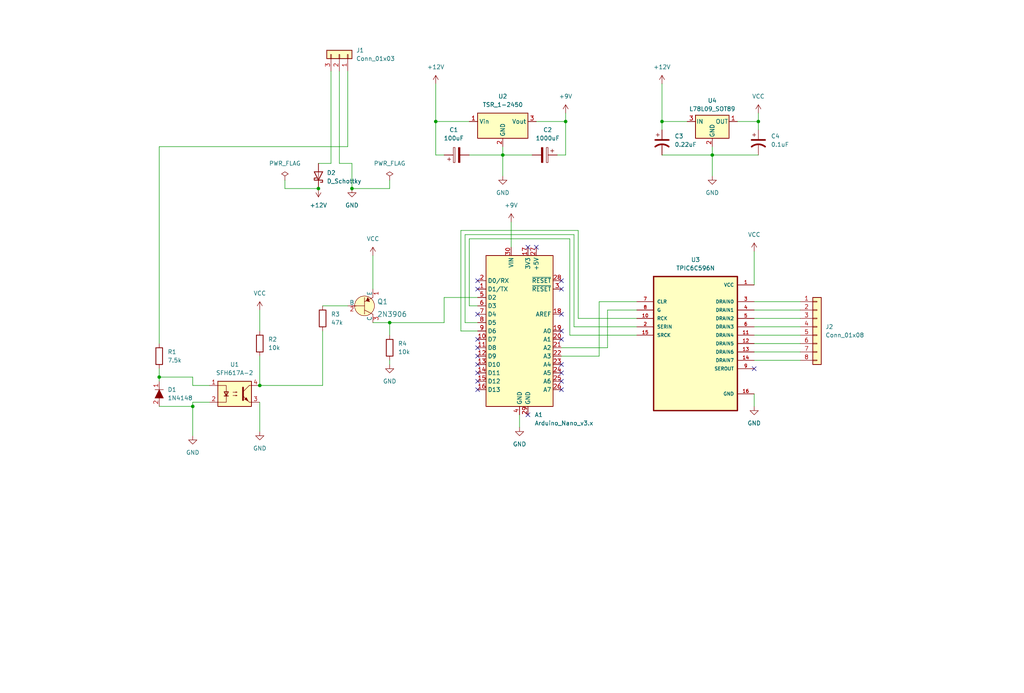
<source format=kicad_sch>
(kicad_sch (version 20230121) (generator eeschema)
  (paper "User" 310.413 210.007)
  (lib_symbols
    (symbol "Connector_Generic:Conn_01x03" (pin_names (offset 1.016) hide)
      (property "Reference" "J" (at 0 5.08 0))
      (property "Value" "Conn_01x03" (at 0 -5.08 0))
      (symbol "Conn_01x03_1_1"
        (rectangle (start -1.27 -2.413) (end 0 -2.667) (stroke (width 0.1524)))
        (rectangle (start -1.27 0.127) (end 0 -0.127) (stroke (width 0.1524)))
        (rectangle (start -1.27 2.667) (end 0 2.413) (stroke (width 0.1524)))
        (rectangle (start -1.27 3.81) (end 1.27 -3.81) (stroke (width 0.254)) (fill (type background)))
        (pin passive line (at -5.08 2.54 0) (length 3.81) (name "Pin_1") (number "1"))
        (pin passive line (at -5.08 0 0) (length 3.81) (name "Pin_2") (number "2"))
        (pin passive line (at -5.08 -2.54 0) (length 3.81) (name "Pin_3") (number "3"))
      )
    )
    (symbol "Connector_Generic:Conn_01x08" (pin_names (offset 1.016) hide)
      (property "Reference" "J" (at 0 10.16 0))
      (property "Value" "Conn_01x08" (at 0 -12.7 0))
      (symbol "Conn_01x08_1_1"
        (rectangle (start -1.27 -10.033) (end 0 -10.287) (stroke (width 0.1524)))
        (rectangle (start -1.27 -7.493) (end 0 -7.747) (stroke (width 0.1524)))
        (rectangle (start -1.27 -4.953) (end 0 -5.207) (stroke (width 0.1524)))
        (rectangle (start -1.27 -2.413) (end 0 -2.667) (stroke (width 0.1524)))
        (rectangle (start -1.27 0.127) (end 0 -0.127) (stroke (width 0.1524)))
        (rectangle (start -1.27 2.667) (end 0 2.413) (stroke (width 0.1524)))
        (rectangle (start -1.27 5.207) (end 0 4.953) (stroke (width 0.1524)))
        (rectangle (start -1.27 7.747) (end 0 7.493) (stroke (width 0.1524)))
        (rectangle (start -1.27 8.89) (end 1.27 -11.43) (stroke (width 0.254)) (fill (type background)))
        (pin passive line (at -5.08 7.62 0) (length 3.81) (name "Pin_1") (number "1"))
        (pin passive line (at -5.08 5.08 0) (length 3.81) (name "Pin_2") (number "2"))
        (pin passive line (at -5.08 2.54 0) (length 3.81) (name "Pin_3") (number "3"))
        (pin passive line (at -5.08 0 0) (length 3.81) (name "Pin_4") (number "4"))
        (pin passive line (at -5.08 -2.54 0) (length 3.81) (name "Pin_5") (number "5"))
        (pin passive line (at -5.08 -5.08 0) (length 3.81) (name "Pin_6") (number "6"))
        (pin passive line (at -5.08 -7.62 0) (length 3.81) (name "Pin_7") (number "7"))
        (pin passive line (at -5.08 -10.16 0) (length 3.81) (name "Pin_8") (number "8"))
      )
    )
    (symbol "Device:C_Polarized" (pin_numbers hide) (pin_names (offset 0.254))
      (property "Reference" "C" (at 0.635 2.54 0))
      (property "Value" "C_Polarized" (at 0.635 -2.54 0))
      (symbol "C_Polarized_0_1"
        (rectangle (start -2.286 0.508) (end 2.286 1.016))
        (polyline (pts (xy -1.778 2.286) (xy -0.762 2.286)))
        (polyline (pts (xy -1.27 2.794) (xy -1.27 1.778)))
        (rectangle (start 2.286 -0.508) (end -2.286 -1.016) (fill (type outline)))
      )
      (symbol "C_Polarized_1_1"
        (pin passive line (at 0 3.81 270) (length 2.794) (name "~") (number "1"))
        (pin passive line (at 0 -3.81 90) (length 2.794) (name "~") (number "2"))
      )
    )
    (symbol "Device:C_Polarized_US" (pin_numbers hide) (pin_names (offset 0.254) hide)
      (property "Reference" "C" (at 0.635 2.54 0))
      (property "Value" "C_Polarized_US" (at 0.635 -2.54 0))
      (symbol "C_Polarized_US_0_1"
        (polyline (pts (xy -2.032 0.762) (xy 2.032 0.762)) (stroke (width 0.508)))
        (polyline (pts (xy -1.778 2.286) (xy -0.762 2.286)))
        (polyline (pts (xy -1.27 1.778) (xy -1.27 2.794)))
        (arc (start 2.032 -1.27) (mid 0 -0.5572) (end -2.032 -1.27) (stroke (width 0.508)))
      )
      (symbol "C_Polarized_US_1_1"
        (pin passive line (at 0 3.81 270) (length 2.794) (name "~") (number "1"))
        (pin passive line (at 0 -3.81 90) (length 3.302) (name "~") (number "2"))
      )
    )
    (symbol "Device:D_Schottky" (pin_numbers hide) (pin_names (offset 1.016) hide)
      (property "Reference" "D" (at 0 2.54 0))
      (property "Value" "D_Schottky" (at 0 -2.54 0))
      (symbol "D_Schottky_0_1"
        (polyline (pts (xy 1.27 0) (xy -1.27 0)))
        (polyline (pts (xy 1.27 1.27) (xy 1.27 -1.27) (xy -1.27 0) (xy 1.27 1.27)) (stroke (width 0.254)))
        (polyline (pts (xy -1.905 0.635) (xy -1.905 1.27) (xy -1.27 1.27) (xy -1.27 -1.27) (xy -0.635 -1.27) (xy -0.635 -0.635)) (stroke (width 0.254)))
      )
      (symbol "D_Schottky_1_1"
        (pin passive line (at -3.81 0 0) (length 2.54) (name "K") (number "1"))
        (pin passive line (at 3.81 0 180) (length 2.54) (name "A") (number "2"))
      )
    )
    (symbol "Device:R" (pin_numbers hide) (pin_names (offset 0))
      (property "Reference" "R" (at 2.032 0 90))
      (property "Value" "R" (at 0 0 90))
      (symbol "R_0_1"
        (rectangle (start -1.016 -2.54) (end 1.016 2.54) (stroke (width 0.254)))
      )
      (symbol "R_1_1"
        (pin passive line (at 0 3.81 270) (length 1.27) (name "~") (number "1"))
        (pin passive line (at 0 -3.81 90) (length 1.27) (name "~") (number "2"))
      )
    )
    (symbol "Isolator:SFH617A-2" (pin_names (offset 1.016))
      (property "Reference" "U" (at -5.08 5.08 0))
      (property "Value" "SFH617A-2" (at 0 5.08 0))
      (symbol "SFH617A-2_0_1"
        (rectangle (start -5.08 3.81) (end 5.08 -3.81) (stroke (width 0.254)) (fill (type background)))
        (polyline (pts (xy -3.175 -0.635) (xy -1.905 -0.635)) (stroke (width 0.254)))
        (polyline (pts (xy 2.54 0.635) (xy 4.445 2.54)))
        (polyline (pts (xy 4.445 -2.54) (xy 2.54 -0.635)) (fill (type outline)))
        (polyline (pts (xy 4.445 -2.54) (xy 5.08 -2.54)))
        (polyline (pts (xy 4.445 2.54) (xy 5.08 2.54)))
        (polyline (pts (xy -2.54 -0.635) (xy -2.54 -2.54) (xy -5.08 -2.54)))
        (polyline (pts (xy 2.54 1.905) (xy 2.54 -1.905) (xy 2.54 -1.905)) (stroke (width 0.508)))
        (polyline (pts (xy -5.08 2.54) (xy -2.54 2.54) (xy -2.54 -1.27) (xy -2.54 0.635)))
        (polyline (pts (xy -2.54 -0.635) (xy -3.175 0.635) (xy -1.905 0.635) (xy -2.54 -0.635)) (stroke (width 0.254)))
        (polyline (pts (xy -0.508 -0.508) (xy 0.762 -0.508) (xy 0.381 -0.635) (xy 0.381 -0.381) (xy 0.762 -0.508)))
        (polyline (pts (xy -0.508 0.508) (xy 0.762 0.508) (xy 0.381 0.381) (xy 0.381 0.635) (xy 0.762 0.508)))
        (polyline (pts (xy 3.048 -1.651) (xy 3.556 -1.143) (xy 4.064 -2.159) (xy 3.048 -1.651) (xy 3.048 -1.651)) (fill (type outline)))
      )
      (symbol "SFH617A-2_1_1"
        (pin passive line (at -7.62 2.54 0) (length 2.54) (name "~") (number "1"))
        (pin passive line (at -7.62 -2.54 0) (length 2.54) (name "~") (number "2"))
        (pin passive line (at 7.62 -2.54 180) (length 2.54) (name "~") (number "3"))
        (pin passive line (at 7.62 2.54 180) (length 2.54) (name "~") (number "4"))
      )
    )
    (symbol "MCU_Module:Arduino_Nano_v3.x"
      (property "Reference" "A" (at -10.16 23.495 0))
      (property "Value" "Arduino_Nano_v3.x" (at 5.08 -24.13 0))
      (symbol "Arduino_Nano_v3.x_0_1"
        (rectangle (start -10.16 22.86) (end 10.16 -22.86) (stroke (width 0.254)) (fill (type background)))
      )
      (symbol "Arduino_Nano_v3.x_1_1"
        (pin bidirectional line (at -12.7 12.7 0) (length 2.54) (name "D1/TX") (number "1"))
        (pin bidirectional line (at -12.7 -2.54 0) (length 2.54) (name "D7") (number "10"))
        (pin bidirectional line (at -12.7 -5.08 0) (length 2.54) (name "D8") (number "11"))
        (pin bidirectional line (at -12.7 -7.62 0) (length 2.54) (name "D9") (number "12"))
        (pin bidirectional line (at -12.7 -10.16 0) (length 2.54) (name "D10") (number "13"))
        (pin bidirectional line (at -12.7 -12.7 0) (length 2.54) (name "D11") (number "14"))
        (pin bidirectional line (at -12.7 -15.24 0) (length 2.54) (name "D12") (number "15"))
        (pin bidirectional line (at -12.7 -17.78 0) (length 2.54) (name "D13") (number "16"))
        (pin power_out line (at 2.54 25.4 270) (length 2.54) (name "3V3") (number "17"))
        (pin input line (at 12.7 5.08 180) (length 2.54) (name "AREF") (number "18"))
        (pin bidirectional line (at 12.7 0 180) (length 2.54) (name "A0") (number "19"))
        (pin bidirectional line (at -12.7 15.24 0) (length 2.54) (name "D0/RX") (number "2"))
        (pin bidirectional line (at 12.7 -2.54 180) (length 2.54) (name "A1") (number "20"))
        (pin bidirectional line (at 12.7 -5.08 180) (length 2.54) (name "A2") (number "21"))
        (pin bidirectional line (at 12.7 -7.62 180) (length 2.54) (name "A3") (number "22"))
        (pin bidirectional line (at 12.7 -10.16 180) (length 2.54) (name "A4") (number "23"))
        (pin bidirectional line (at 12.7 -12.7 180) (length 2.54) (name "A5") (number "24"))
        (pin bidirectional line (at 12.7 -15.24 180) (length 2.54) (name "A6") (number "25"))
        (pin bidirectional line (at 12.7 -17.78 180) (length 2.54) (name "A7") (number "26"))
        (pin power_out line (at 5.08 25.4 270) (length 2.54) (name "+5V") (number "27"))
        (pin input line (at 12.7 15.24 180) (length 2.54) (name "~{RESET}") (number "28"))
        (pin power_in line (at 2.54 -25.4 90) (length 2.54) (name "GND") (number "29"))
        (pin input line (at 12.7 12.7 180) (length 2.54) (name "~{RESET}") (number "3"))
        (pin power_in line (at -2.54 25.4 270) (length 2.54) (name "VIN") (number "30"))
        (pin power_in line (at 0 -25.4 90) (length 2.54) (name "GND") (number "4"))
        (pin bidirectional line (at -12.7 10.16 0) (length 2.54) (name "D2") (number "5"))
        (pin bidirectional line (at -12.7 7.62 0) (length 2.54) (name "D3") (number "6"))
        (pin bidirectional line (at -12.7 5.08 0) (length 2.54) (name "D4") (number "7"))
        (pin bidirectional line (at -12.7 2.54 0) (length 2.54) (name "D5") (number "8"))
        (pin bidirectional line (at -12.7 0 0) (length 2.54) (name "D6") (number "9"))
      )
    )
    (symbol "Regulator_Linear:L78L09_SOT89" (pin_names (offset 0.254))
      (property "Reference" "U" (at -3.81 3.175 0))
      (property "Value" "L78L09_SOT89" (at -0.635 3.175 0))
      (symbol "L78L09_SOT89_0_1"
        (rectangle (start -5.08 1.905) (end 5.08 -5.08) (stroke (width 0.254)) (fill (type background)))
      )
      (symbol "L78L09_SOT89_1_1"
        (pin power_out line (at 7.62 0 180) (length 2.54) (name "OUT") (number "1"))
        (pin power_in line (at 0 -7.62 90) (length 2.54) (name "GND") (number "2"))
        (pin power_in line (at -7.62 0 0) (length 2.54) (name "IN") (number "3"))
      )
    )
    (symbol "Regulator_Switching:TSR_1-2450"
      (property "Reference" "U" (at -7.62 6.35 0))
      (property "Value" "TSR_1-2450" (at -1.27 6.35 0))
      (symbol "TSR_1-2450_0_1"
        (rectangle (start -7.62 5.08) (end 7.62 -2.54) (stroke (width 0.254)) (fill (type background)))
      )
      (symbol "TSR_1-2450_1_1"
        (pin power_in line (at -10.16 2.54 0) (length 2.54) (name "Vin") (number "1"))
        (pin power_in line (at 0 -5.08 90) (length 2.54) (name "GND") (number "2"))
        (pin power_out line (at 10.16 2.54 180) (length 2.54) (name "Vout") (number "3"))
      )
    )
    (symbol "TPIC6C596N:TPIC6C596N" (pin_names (offset 1.016))
      (property "Reference" "U" (at -12.7 21.32 0))
      (property "Value" "TPIC6C596N" (at -12.7 -24.32 0))
      (symbol "TPIC6C596N_0_0"
        (rectangle (start -12.7 -20.32) (end 12.7 20.32) (stroke (width 0.41)) (fill (type background)))
        (pin power_in line (at 17.78 17.78 180) (length 5.08) (name "VCC") (number "1"))
        (pin input line (at -17.78 7.62 0) (length 5.08) (name "RCK") (number "10"))
        (pin output line (at 17.78 2.54 180) (length 5.08) (name "DRAIN4") (number "11"))
        (pin output line (at 17.78 0 180) (length 5.08) (name "DRAIN5") (number "12"))
        (pin output line (at 17.78 -2.54 180) (length 5.08) (name "DRAIN6") (number "13"))
        (pin output line (at 17.78 -5.08 180) (length 5.08) (name "DRAIN7") (number "14"))
        (pin input line (at -17.78 2.54 0) (length 5.08) (name "SRCK") (number "15"))
        (pin power_in line (at 17.78 -15.24 180) (length 5.08) (name "GND") (number "16"))
        (pin input line (at -17.78 5.08 0) (length 5.08) (name "SERIN") (number "2"))
        (pin output line (at 17.78 12.7 180) (length 5.08) (name "DRAIN0") (number "3"))
        (pin output line (at 17.78 10.16 180) (length 5.08) (name "DRAIN1") (number "4"))
        (pin output line (at 17.78 7.62 180) (length 5.08) (name "DRAIN2") (number "5"))
        (pin output line (at 17.78 5.08 180) (length 5.08) (name "DRAIN3") (number "6"))
        (pin input line (at -17.78 12.7 0) (length 5.08) (name "CLR") (number "7"))
        (pin input line (at -17.78 10.16 0) (length 5.08) (name "G") (number "8"))
        (pin output line (at 17.78 -7.62 180) (length 5.08) (name "SEROUT") (number "9"))
      )
    )
    (symbol "dk_Diodes-Rectifiers-Single:1N4148" (pin_names (offset 1.016))
      (property "Reference" "D" (at 0 3.81 0))
      (property "Value" "1N4148" (at 1.27 -3.81 0))
      (symbol "1N4148_0_1"
        (polyline (pts (xy 0 0) (xy 2.54 0)))
        (polyline (pts (xy 0 1.27) (xy 0 -1.27)))
        (polyline (pts (xy 2.54 1.27) (xy 2.54 -1.27) (xy 0 0) (xy 2.54 1.27)) (fill (type outline)))
      )
      (symbol "1N4148_1_1"
        (pin passive line (at -2.54 0 0) (length 2.54) (name "~") (number "1"))
        (pin passive line (at 5.08 0 180) (length 2.54) (name "~") (number "2"))
      )
    )
    (symbol "dk_Transistors-Bipolar-BJT-Single:2N3906" (pin_names (offset 0))
      (property "Reference" "Q" (at -2.3876 3.9116 0))
      (property "Value" "2N3906" (at 5.08 0 90))
      (symbol "2N3906_0_1"
        (polyline (pts (xy -3.81 0) (xy -2.54 0)))
        (polyline (pts (xy -3.556 0) (xy 0 0)))
        (polyline (pts (xy 0 -1.27) (xy 2.54 -2.54)))
        (polyline (pts (xy 0 1.27) (xy 2.54 2.54)))
        (polyline (pts (xy 0 2.54) (xy 0 -2.54)))
        (polyline (pts (xy 1.016 2.54) (xy 0.508 1.524) (xy 1.524 1.27) (xy 1.016 2.54)) (fill (type outline)))
        (circle (center 0 0) (radius 2.9972) (fill (type background)))
      )
      (symbol "2N3906_1_1"
        (pin passive line (at 2.54 5.08 270) (length 2.54) (name "E") (number "1"))
        (pin input line (at -5.08 0 0) (length 2.54) (name "B") (number "2"))
        (pin passive line (at 2.54 -5.08 90) (length 2.54) (name "C") (number "3"))
      )
    )
    (symbol "power:+12V" (power) (pin_names (offset 0))
      (property "Value" "+12V" (at 0 3.556 0))
      (symbol "+12V_0_1"
        (polyline (pts (xy -0.762 1.27) (xy 0 2.54)))
        (polyline (pts (xy 0 0) (xy 0 2.54)))
        (polyline (pts (xy 0 2.54) (xy 0.762 1.27)))
      )
      (symbol "+12V_1_1"
        (pin power_in line (at 0 0 90) (length 0) hide (name "+12V") (number "1"))
      )
    )
    (symbol "power:+9V" (power) (pin_names (offset 0))
      (property "Value" "+9V" (at 0 3.556 0))
      (symbol "+9V_0_1"
        (polyline (pts (xy -0.762 1.27) (xy 0 2.54)))
        (polyline (pts (xy 0 0) (xy 0 2.54)))
        (polyline (pts (xy 0 2.54) (xy 0.762 1.27)))
      )
      (symbol "+9V_1_1"
        (pin power_in line (at 0 0 90) (length 0) hide (name "+9V") (number "1"))
      )
    )
    (symbol "power:GND" (power) (pin_names (offset 0))
      (property "Value" "GND" (at 0 -3.81 0))
      (symbol "GND_0_1"
        (polyline (pts (xy 0 0) (xy 0 -1.27) (xy 1.27 -1.27) (xy 0 -2.54) (xy -1.27 -1.27) (xy 0 -1.27)))
      )
      (symbol "GND_1_1"
        (pin power_in line (at 0 0 270) (length 0) hide (name "GND") (number "1"))
      )
    )
    (symbol "power:PWR_FLAG" (power) (pin_numbers hide) (pin_names (offset 0) hide)
      (property "Value" "PWR_FLAG" (at 0 3.81 0))
      (symbol "PWR_FLAG_0_0"
        (pin power_out line (at 0 0 90) (length 0) (name "pwr") (number "1"))
      )
      (symbol "PWR_FLAG_0_1"
        (polyline (pts (xy 0 0) (xy 0 1.27) (xy -1.016 1.905) (xy 0 2.54) (xy 1.016 1.905) (xy 0 1.27)))
      )
    )
    (symbol "power:VCC" (power) (pin_names (offset 0))
      (property "Value" "VCC" (at 0 3.81 0))
      (symbol "VCC_0_1"
        (polyline (pts (xy -0.762 1.27) (xy 0 2.54)))
        (polyline (pts (xy 0 0) (xy 0 2.54)))
        (polyline (pts (xy 0 2.54) (xy 0.762 1.27)))
      )
      (symbol "VCC_1_1"
        (pin power_in line (at 0 0 90) (length 0) hide (name "VCC") (number "1"))
      )
    )
  )
  (junction (at 48.26 114.3))
  (junction (at 58.42 123.19))
  (junction (at 200.66 36.83))
  (junction (at 78.74 116.84))
  (junction (at 118.11 97.79))
  (junction (at 132.08 36.83))
  (junction (at 96.52 57.15))
  (junction (at 171.45 36.83))
  (junction (at 106.68 57.15))
  (junction (at 152.4 46.99))
  (junction (at 215.9 46.99))
  (junction (at 229.87 36.83))
  (no_connect (at 144.78 102.87))
  (no_connect (at 170.18 95.25))
  (no_connect (at 160.02 74.93))
  (no_connect (at 144.78 113.03))
  (no_connect (at 144.78 115.57))
  (no_connect (at 170.18 115.57))
  (no_connect (at 144.78 105.41))
  (no_connect (at 228.6 111.76))
  (no_connect (at 144.78 110.49))
  (no_connect (at 162.56 74.93))
  (no_connect (at 170.18 100.33))
  (no_connect (at 144.78 87.63))
  (no_connect (at 170.18 110.49))
  (no_connect (at 144.78 85.09))
  (no_connect (at 144.78 107.95))
  (no_connect (at 160.02 125.73))
  (no_connect (at 170.18 102.87))
  (no_connect (at 170.18 113.03))
  (no_connect (at 170.18 85.09))
  (no_connect (at 144.78 95.25))
  (no_connect (at 170.18 118.11))
  (no_connect (at 170.18 87.63))
  (no_connect (at 144.78 118.11))
  (wire (pts (xy 118.11 109.22) (xy 118.11 110.49)))
  (wire (pts (xy 63.5 121.92) (xy 58.42 121.92)))
  (wire (pts (xy 193.04 93.98) (xy 184.15 93.98)))
  (wire (pts (xy 134.62 90.17) (xy 144.78 90.17)))
  (wire (pts (xy 162.56 36.83) (xy 171.45 36.83)))
  (wire (pts (xy 172.72 72.39) (xy 172.72 101.6)))
  (wire (pts (xy 58.42 121.92) (xy 58.42 123.19)))
  (wire (pts (xy 106.68 49.53) (xy 106.68 57.15)))
  (wire (pts (xy 78.74 121.92) (xy 78.74 130.81)))
  (wire (pts (xy 157.48 125.73) (xy 157.48 129.54)))
  (wire (pts (xy 118.11 97.79) (xy 134.62 97.79)))
  (wire (pts (xy 86.36 57.15) (xy 96.52 57.15)))
  (wire (pts (xy 170.18 105.41) (xy 184.15 105.41)))
  (wire (pts (xy 144.78 92.71) (xy 142.24 92.71)))
  (wire (pts (xy 172.72 101.6) (xy 193.04 101.6)))
  (wire (pts (xy 228.6 91.44) (xy 242.57 91.44)))
  (wire (pts (xy 228.6 93.98) (xy 242.57 93.98)))
  (wire (pts (xy 105.41 44.45) (xy 48.26 44.45)))
  (wire (pts (xy 132.08 46.99) (xy 134.62 46.99)))
  (wire (pts (xy 100.33 49.53) (xy 96.52 49.53)))
  (wire (pts (xy 78.74 116.84) (xy 97.79 116.84)))
  (wire (pts (xy 223.52 36.83) (xy 229.87 36.83)))
  (wire (pts (xy 48.26 44.45) (xy 48.26 104.14)))
  (wire (pts (xy 48.26 114.3) (xy 48.26 115.57)))
  (wire (pts (xy 193.04 96.52) (xy 175.26 96.52)))
  (wire (pts (xy 170.18 107.95) (xy 181.61 107.95)))
  (wire (pts (xy 140.97 71.12) (xy 140.97 97.79)))
  (wire (pts (xy 181.61 91.44) (xy 181.61 107.95)))
  (wire (pts (xy 134.62 97.79) (xy 134.62 90.17)))
  (wire (pts (xy 58.42 123.19) (xy 58.42 132.08)))
  (wire (pts (xy 228.6 104.14) (xy 242.57 104.14)))
  (wire (pts (xy 152.4 46.99) (xy 161.29 46.99)))
  (wire (pts (xy 132.08 36.83) (xy 142.24 36.83)))
  (wire (pts (xy 113.03 77.47) (xy 113.03 87.63)))
  (wire (pts (xy 193.04 99.06) (xy 173.99 99.06)))
  (wire (pts (xy 200.66 46.99) (xy 215.9 46.99)))
  (wire (pts (xy 228.6 96.52) (xy 242.57 96.52)))
  (wire (pts (xy 175.26 69.85) (xy 139.7 69.85)))
  (wire (pts (xy 152.4 46.99) (xy 152.4 53.34)))
  (wire (pts (xy 215.9 46.99) (xy 229.87 46.99)))
  (wire (pts (xy 78.74 107.95) (xy 78.74 116.84)))
  (wire (pts (xy 142.24 92.71) (xy 142.24 72.39)))
  (wire (pts (xy 229.87 36.83) (xy 229.87 39.37)))
  (wire (pts (xy 142.24 72.39) (xy 172.72 72.39)))
  (wire (pts (xy 118.11 97.79) (xy 118.11 101.6)))
  (wire (pts (xy 142.24 46.99) (xy 152.4 46.99)))
  (wire (pts (xy 154.94 67.31) (xy 154.94 74.93)))
  (wire (pts (xy 171.45 34.29) (xy 171.45 36.83)))
  (wire (pts (xy 228.6 76.2) (xy 228.6 86.36)))
  (wire (pts (xy 215.9 44.45) (xy 215.9 46.99)))
  (wire (pts (xy 228.6 101.6) (xy 242.57 101.6)))
  (wire (pts (xy 100.33 21.59) (xy 100.33 49.53)))
  (wire (pts (xy 175.26 96.52) (xy 175.26 69.85)))
  (wire (pts (xy 171.45 36.83) (xy 171.45 46.99)))
  (wire (pts (xy 113.03 97.79) (xy 118.11 97.79)))
  (wire (pts (xy 173.99 71.12) (xy 140.97 71.12)))
  (wire (pts (xy 228.6 119.38) (xy 228.6 123.19)))
  (wire (pts (xy 193.04 91.44) (xy 181.61 91.44)))
  (wire (pts (xy 58.42 114.3) (xy 48.26 114.3)))
  (wire (pts (xy 63.5 116.84) (xy 58.42 116.84)))
  (wire (pts (xy 105.41 21.59) (xy 105.41 44.45)))
  (wire (pts (xy 173.99 99.06) (xy 173.99 71.12)))
  (wire (pts (xy 106.68 49.53) (xy 102.87 49.53)))
  (wire (pts (xy 228.6 106.68) (xy 242.57 106.68)))
  (wire (pts (xy 118.11 54.61) (xy 118.11 57.15)))
  (wire (pts (xy 139.7 69.85) (xy 139.7 100.33)))
  (wire (pts (xy 168.91 46.99) (xy 171.45 46.99)))
  (wire (pts (xy 132.08 36.83) (xy 132.08 46.99)))
  (wire (pts (xy 200.66 36.83) (xy 200.66 39.37)))
  (wire (pts (xy 58.42 116.84) (xy 58.42 114.3)))
  (wire (pts (xy 140.97 97.79) (xy 144.78 97.79)))
  (wire (pts (xy 200.66 25.4) (xy 200.66 36.83)))
  (wire (pts (xy 152.4 44.45) (xy 152.4 46.99)))
  (wire (pts (xy 97.79 92.71) (xy 105.41 92.71)))
  (wire (pts (xy 48.26 123.19) (xy 58.42 123.19)))
  (wire (pts (xy 106.68 57.15) (xy 118.11 57.15)))
  (wire (pts (xy 184.15 93.98) (xy 184.15 105.41)))
  (wire (pts (xy 229.87 34.29) (xy 229.87 36.83)))
  (wire (pts (xy 102.87 49.53) (xy 102.87 21.59)))
  (wire (pts (xy 228.6 99.06) (xy 242.57 99.06)))
  (wire (pts (xy 215.9 46.99) (xy 215.9 53.34)))
  (wire (pts (xy 97.79 100.33) (xy 97.79 116.84)))
  (wire (pts (xy 200.66 36.83) (xy 208.28 36.83)))
  (wire (pts (xy 78.74 93.98) (xy 78.74 100.33)))
  (wire (pts (xy 86.36 54.61) (xy 86.36 57.15)))
  (wire (pts (xy 132.08 25.4) (xy 132.08 36.83)))
  (wire (pts (xy 228.6 109.22) (xy 242.57 109.22)))
  (wire (pts (xy 139.7 100.33) (xy 144.78 100.33)))
  (wire (pts (xy 48.26 111.76) (xy 48.26 114.3)))
  (symbol (lib_id "Device:R") (at 97.79 96.52 0) (unit 1)
    (property "Reference" "R3" (at 100.33 95.2499 0) (effects (justify left)))
    (property "Value" "47k" (at 100.33 97.7899 0) (effects (justify left)))
    (property "Footprint" "Resistor_THT:R_Axial_DIN0207_L6.3mm_D2.5mm_P15.24mm_Horizontal" (effects hide))
  )
  (symbol (lib_id "Device:C_Polarized_US") (at 229.87 43.18 0) (unit 1)
    (property "Reference" "C4" (at 233.68 41.275 0) (effects (justify left)))
    (property "Value" "0.1uF" (at 233.68 43.815 0) (effects (justify left)))
  )
  (symbol (lib_id "Regulator_Switching:TSR_1-2450") (at 152.4 39.37 0) (unit 1)
    (property "Reference" "U2" (at 152.4 29.21 0))
    (property "Value" "TSR_1-2450" (at 152.4 31.75 0))
    (property "Footprint" "Converter_DCDC:Converter_DCDC_TRACO_TSR-1_THT" (effects hide))
    (property "Datasheet" "http://www.tracopower.com/products/tsr1.pdf" (effects hide))
  )
  (symbol (lib_id "power:+9V") (at 154.94 67.31 0) (unit 1)
    (property "Reference" "#PWR018" (effects hide))
    (property "Value" "+9V" (at 154.94 62.23 0))
  )
  (symbol (lib_id "Device:D_Schottky") (at 96.52 53.34 270) (mirror x) (unit 1)
    (property "Reference" "D2" (at 99.06 52.3874 90) (effects (justify left)))
    (property "Value" "D_Schottky" (at 99.06 54.9274 90) (effects (justify left)))
    (property "Footprint" "Diode_THT:D_DO-15_P10.16mm_Horizontal" (effects hide))
  )
  (symbol (lib_id "power:GND") (at 152.4 53.34 0) (unit 1)
    (property "Reference" "#PWR09" (effects hide))
    (property "Value" "GND" (at 152.4 58.42 0))
  )
  (symbol (lib_id "power:PWR_FLAG") (at 118.11 54.61 0) (unit 1)
    (property "Reference" "#FLG02" (effects hide))
    (property "Value" "PWR_FLAG" (at 118.11 49.53 0))
  )
  (symbol (lib_id "power:VCC") (at 78.74 93.98 0) (unit 1)
    (property "Reference" "#PWR02" (effects hide))
    (property "Value" "VCC" (at 78.74 88.9 0))
  )
  (symbol (lib_id "Regulator_Linear:L78L09_SOT89") (at 215.9 36.83 0) (unit 1)
    (property "Reference" "U4" (at 215.9 30.48 0))
    (property "Value" "L78L09_SOT89" (at 215.9 33.02 0))
    (property "Footprint" "Package_TO_SOT_SMD:SOT-89-3" (effects hide))
    (property "Datasheet" "http://www.st.com/content/ccc/resource/technical/document/datasheet/15/55/e5/aa/23/5b/43/fd/CD00000446.pdf/files/CD00000446.pdf/jcr:content/translations/en.CD00000446.pdf" (effects hide))
  )
  (symbol (lib_id "MCU_Module:Arduino_Nano_v3.x") (at 157.48 100.33 0) (unit 1)
    (property "Reference" "A1" (at 162.0394 125.73 0) (effects (justify left)))
    (property "Value" "Arduino_Nano_v3.x" (at 162.0394 128.27 0) (effects (justify left)))
    (property "Footprint" "Module:Arduino_Nano" (effects hide))
    (property "Datasheet" "http://www.mouser.com/pdfdocs/Gravitech_Arduino_Nano3_0.pdf" (effects hide))
  )
  (symbol (lib_id "power:VCC") (at 229.87 34.29 0) (unit 1)
    (property "Reference" "#PWR012" (effects hide))
    (property "Value" "VCC" (at 229.87 29.21 0))
  )
  (symbol (lib_id "power:+12V") (at 96.52 57.15 0) (mirror x) (unit 1)
    (property "Reference" "#PWR04" (effects hide))
    (property "Value" "+12V" (at 96.52 62.23 0))
  )
  (symbol (lib_id "Connector_Generic:Conn_01x03") (at 102.87 16.51 270) (mirror x) (unit 1)
    (property "Reference" "J1" (at 107.95 15.2399 90) (effects (justify left)))
    (property "Value" "Conn_01x03" (at 107.95 17.7799 90) (effects (justify left)))
    (property "Footprint" "Connector_JST:JST_GH_SM03B-GHS-TB_1x03-1MP_P1.25mm_Horizontal" (effects hide))
  )
  (symbol (lib_id "power:VCC") (at 228.6 76.2 0) (unit 1)
    (property "Reference" "#PWR013" (effects hide))
    (property "Value" "VCC" (at 228.6 71.12 0))
  )
  (symbol (lib_id "Device:C_Polarized") (at 165.1 46.99 270) (unit 1)
    (property "Reference" "C2" (at 165.989 39.37 90))
    (property "Value" "1000uF" (at 165.989 41.91 90))
    (property "Footprint" "Capacitor_THT:C_Axial_L3.8mm_D2.6mm_P15.00mm_Horizontal" (effects hide))
  )
  (symbol (lib_id "dk_Transistors-Bipolar-BJT-Single:2N3906") (at 110.49 92.71 0) (unit 1)
    (property "Reference" "Q1" (at 114.3 91.44 0) (effects (font (size 1.524 1.524)) (justify left)))
    (property "Value" "2N3906" (at 114.3 95.25 0) (effects (font (size 1.524 1.524)) (justify left)))
    (property "Footprint" "digikey-footprints:TO-92-3" (effects hide))
    (property "Datasheet" "https://my.centralsemi.com/get_document.php?cmp=1&mergetype=pd&mergepath=pd&pdf_id=LSSGP072.PDF" (effects hide))
    (property "Digi-Key_PN" "2N3906CS-ND" (effects hide))
    (property "MPN" "2N3906" (effects hide))
    (property "Category" "Discrete Semiconductor Products" (effects hide))
    (property "Family" "Transistors - Bipolar (BJT) - Single" (effects hide))
    (property "DK_Datasheet_Link" "https://my.centralsemi.com/get_document.php?cmp=1&mergetype=pd&mergepath=pd&pdf_id=LSSGP072.PDF" (effects hide))
    (property "DK_Detail_Page" "/product-detail/en/central-semiconductor-corp/2N3906/2N3906CS-ND/4806878" (effects hide))
    (property "Description" "TRANS PNP 40V TO-92" (effects hide))
    (property "Manufacturer" "Central Semiconductor Corp" (effects hide))
    (property "Status" "Active" (effects hide))
  )
  (symbol (lib_id "Device:C_Polarized") (at 138.43 46.99 90) (unit 1)
    (property "Reference" "C1" (at 137.541 39.37 90))
    (property "Value" "100uF" (at 137.541 41.91 90))
    (property "Footprint" "Capacitor_THT:C_Axial_L3.8mm_D2.6mm_P15.00mm_Horizontal" (effects hide))
  )
  (symbol (lib_id "Device:R") (at 118.11 105.41 0) (unit 1)
    (property "Reference" "R4" (at 120.65 104.1399 0) (effects (justify left)))
    (property "Value" "10k" (at 120.65 106.6799 0) (effects (justify left)))
    (property "Footprint" "Resistor_THT:R_Axial_DIN0207_L6.3mm_D2.5mm_P15.24mm_Horizontal" (effects hide))
  )
  (symbol (lib_id "power:GND") (at 106.68 57.15 0) (unit 1)
    (property "Reference" "#PWR05" (effects hide))
    (property "Value" "GND" (at 106.68 62.23 0))
  )
  (symbol (lib_id "power:GND") (at 157.48 129.54 0) (unit 1)
    (property "Reference" "#PWR010" (effects hide))
    (property "Value" "GND" (at 157.48 134.62 0))
  )
  (symbol (lib_id "power:GND") (at 118.11 110.49 0) (unit 1)
    (property "Reference" "#PWR07" (effects hide))
    (property "Value" "GND" (at 118.11 115.57 0))
  )
  (symbol (lib_id "Device:R") (at 48.26 107.95 0) (unit 1)
    (property "Reference" "R1" (at 50.8 106.6799 0) (effects (justify left)))
    (property "Value" "7.5k" (at 50.8 109.2199 0) (effects (justify left)))
    (property "Footprint" "Resistor_THT:R_Axial_DIN0207_L6.3mm_D2.5mm_P15.24mm_Horizontal" (effects hide))
  )
  (symbol (lib_id "Isolator:SFH617A-2") (at 71.12 119.38 0) (unit 1)
    (property "Reference" "U1" (at 71.12 110.49 0))
    (property "Value" "SFH617A-2" (at 71.12 113.03 0))
    (property "Footprint" "Package_DIP:DIP-4_W7.62mm" (effects hide))
    (property "Datasheet" "http://www.vishay.com/docs/83740/sfh617a.pdf" (effects hide))
  )
  (symbol (lib_id "power:GND") (at 58.42 132.08 0) (unit 1)
    (property "Reference" "#PWR01" (effects hide))
    (property "Value" "GND" (at 58.42 137.16 0))
  )
  (symbol (lib_id "TPIC6C596N:TPIC6C596N") (at 210.82 104.14 0) (unit 1)
    (property "Reference" "U3" (at 210.82 78.74 0))
    (property "Value" "TPIC6C596N" (at 210.82 81.28 0))
    (property "Footprint" "DIP794W45P254L1969H508Q16" (effects hide))
  )
  (symbol (lib_id "power:+9V") (at 171.45 34.29 0) (unit 1)
    (property "Reference" "#PWR017" (effects hide))
    (property "Value" "+9V" (at 171.45 29.21 0))
  )
  (symbol (lib_id "power:+12V") (at 200.66 25.4 0) (unit 1)
    (property "Reference" "#PWR016" (effects hide))
    (property "Value" "+12V" (at 200.66 20.32 0))
  )
  (symbol (lib_id "power:GND") (at 78.74 130.81 0) (unit 1)
    (property "Reference" "#PWR03" (effects hide))
    (property "Value" "GND" (at 78.74 135.89 0))
  )
  (symbol (lib_id "power:VCC") (at 113.03 77.47 0) (unit 1)
    (property "Reference" "#PWR06" (effects hide))
    (property "Value" "VCC" (at 113.03 72.39 0))
  )
  (symbol (lib_id "power:GND") (at 228.6 123.19 0) (unit 1)
    (property "Reference" "#PWR014" (effects hide))
    (property "Value" "GND" (at 228.6 128.27 0))
  )
  (symbol (lib_id "power:GND") (at 215.9 53.34 0) (unit 1)
    (property "Reference" "#PWR011" (effects hide))
    (property "Value" "GND" (at 215.9 58.42 0))
  )
  (symbol (lib_id "Device:R") (at 78.74 104.14 0) (unit 1)
    (property "Reference" "R2" (at 81.28 102.8699 0) (effects (justify left)))
    (property "Value" "10k" (at 81.28 105.4099 0) (effects (justify left)))
    (property "Footprint" "Resistor_THT:R_Axial_DIN0207_L6.3mm_D2.5mm_P15.24mm_Horizontal" (effects hide))
  )
  (symbol (lib_id "dk_Diodes-Rectifiers-Single:1N4148") (at 48.26 118.11 90) (mirror x) (unit 1)
    (property "Reference" "D1" (at 50.8 118.1099 90) (effects (justify right)))
    (property "Value" "1N4148" (at 50.8 120.6499 90) (effects (justify right)))
    (property "Footprint" "digikey-footprints:Diode_DO-35_P10mm" (effects hide))
    (property "Datasheet" "https://www.onsemi.com/pub/Collateral/1N914-D.PDF" (effects hide))
    (property "Digi-Key_PN" "1N4148FS-ND" (effects hide))
    (property "MPN" "1N4148" (effects hide))
    (property "Category" "Discrete Semiconductor Products" (effects hide))
    (property "Family" "Diodes - Rectifiers - Single" (effects hide))
    (property "DK_Datasheet_Link" "https://www.onsemi.com/pub/Collateral/1N914-D.PDF" (effects hide))
    (property "DK_Detail_Page" "/product-detail/en/on-semiconductor/1N4148/1N4148FS-ND/458603" (effects hide))
    (property "Description" "DIODE GEN PURP 100V 200MA DO35" (effects hide))
    (property "Manufacturer" "ON Semiconductor" (effects hide))
    (property "Status" "Active" (effects hide))
  )
  (symbol (lib_id "power:+12V") (at 132.08 25.4 0) (unit 1)
    (property "Reference" "#PWR08" (effects hide))
    (property "Value" "+12V" (at 132.08 20.32 0))
  )
  (symbol (lib_id "power:PWR_FLAG") (at 86.36 54.61 0) (unit 1)
    (property "Reference" "#FLG01" (effects hide))
    (property "Value" "PWR_FLAG" (at 86.36 49.53 0))
  )
  (symbol (lib_id "Device:C_Polarized_US") (at 200.66 43.18 0) (unit 1)
    (property "Reference" "C3" (at 204.47 41.275 0) (effects (justify left)))
    (property "Value" "0.22uF" (at 204.47 43.815 0) (effects (justify left)))
  )
  (symbol (lib_id "Connector_Generic:Conn_01x08") (at 247.65 99.06 0) (unit 1)
    (property "Reference" "J2" (at 250.19 99.0599 0) (effects (justify left)))
    (property "Value" "Conn_01x08" (at 250.19 101.5999 0) (effects (justify left)))
    (property "Footprint" "Connector_JST:JST_GH_SM08B-GHS-TB_1x08-1MP_P1.25mm_Horizontal" (effects hide))
  )
)
</source>
